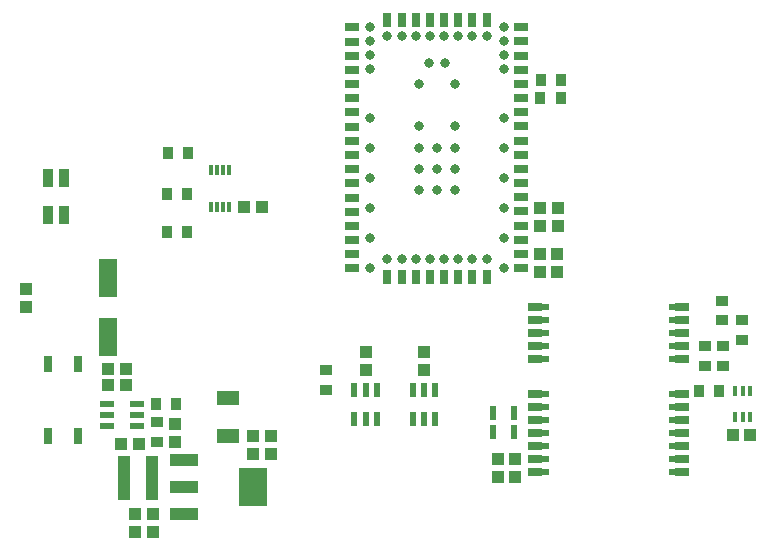
<source format=gtp>
G04*
G04 #@! TF.GenerationSoftware,Altium Limited,Altium Designer,25.2.1 (25)*
G04*
G04 Layer_Color=8421504*
%FSLAX44Y44*%
%MOMM*%
G71*
G04*
G04 #@! TF.SameCoordinates,87619A9C-F5BC-4542-8D18-A5A081A772CD*
G04*
G04*
G04 #@! TF.FilePolarity,Positive*
G04*
G01*
G75*
%ADD17R,1.2000X0.8000*%
%ADD18C,0.8000*%
%ADD19R,0.9000X1.0000*%
%ADD20R,1.1900X0.7500*%
%ADD21R,0.7500X1.1900*%
G04:AMPARAMS|DCode=22|XSize=0.95mm|YSize=0.95mm|CornerRadius=0mm|HoleSize=0mm|Usage=FLASHONLY|Rotation=180.000|XOffset=0mm|YOffset=0mm|HoleType=Round|Shape=RoundedRectangle|*
%AMROUNDEDRECTD22*
21,1,0.9500,0.9500,0,0,180.0*
21,1,0.9500,0.9500,0,0,180.0*
1,1,0.0000,-0.4750,0.4750*
1,1,0.0000,0.4750,0.4750*
1,1,0.0000,0.4750,-0.4750*
1,1,0.0000,-0.4750,-0.4750*
%
%ADD22ROUNDEDRECTD22*%
G04:AMPARAMS|DCode=23|XSize=0.95mm|YSize=0.95mm|CornerRadius=0mm|HoleSize=0mm|Usage=FLASHONLY|Rotation=90.000|XOffset=0mm|YOffset=0mm|HoleType=Round|Shape=RoundedRectangle|*
%AMROUNDEDRECTD23*
21,1,0.9500,0.9500,0,0,90.0*
21,1,0.9500,0.9500,0,0,90.0*
1,1,0.0000,0.4750,0.4750*
1,1,0.0000,0.4750,-0.4750*
1,1,0.0000,-0.4750,-0.4750*
1,1,0.0000,-0.4750,0.4750*
%
%ADD23ROUNDEDRECTD23*%
%ADD24R,1.0000X0.9000*%
%ADD25R,1.2000X0.6000*%
%ADD26R,0.3000X0.8500*%
%ADD27R,1.6000X0.6000*%
%ADD28R,0.9000X1.5000*%
%ADD29R,1.9000X1.2000*%
%ADD30R,2.4000X3.3000*%
%ADD31R,2.4000X1.0000*%
%ADD32R,0.4000X0.9500*%
%ADD33R,0.6000X1.2500*%
%ADD34R,0.6000X1.2000*%
%ADD35R,0.9800X3.7000*%
%ADD36R,1.6000X3.2000*%
%ADD37R,0.8000X1.4000*%
D17*
X655358Y92560D02*
D03*
Y103560D02*
D03*
Y114560D02*
D03*
Y125560D02*
D03*
Y136560D02*
D03*
Y147560D02*
D03*
Y158560D02*
D03*
Y188560D02*
D03*
Y199560D02*
D03*
Y210560D02*
D03*
Y221560D02*
D03*
Y232560D02*
D03*
X530608D02*
D03*
Y221560D02*
D03*
Y210560D02*
D03*
Y199560D02*
D03*
Y188560D02*
D03*
X530608Y158560D02*
D03*
X530608Y147560D02*
D03*
Y136560D02*
D03*
Y114560D02*
D03*
Y103560D02*
D03*
Y92560D02*
D03*
X530608Y125560D02*
D03*
D18*
X504570Y469658D02*
D03*
Y457658D02*
D03*
Y445658D02*
D03*
Y433658D02*
D03*
X390569Y469658D02*
D03*
Y457658D02*
D03*
Y445658D02*
D03*
Y433658D02*
D03*
Y392408D02*
D03*
Y367008D02*
D03*
Y341608D02*
D03*
Y316208D02*
D03*
Y290808D02*
D03*
Y265408D02*
D03*
X504570D02*
D03*
Y341608D02*
D03*
Y367008D02*
D03*
Y392408D02*
D03*
X405569Y461908D02*
D03*
X417569D02*
D03*
X429569D02*
D03*
X441569D02*
D03*
X453569D02*
D03*
X465569D02*
D03*
X477569D02*
D03*
X489569D02*
D03*
Y272908D02*
D03*
X477569D02*
D03*
X465569D02*
D03*
X453569D02*
D03*
X441569D02*
D03*
X429569D02*
D03*
X417569D02*
D03*
X405569D02*
D03*
X454570Y439408D02*
D03*
X447569Y367408D02*
D03*
Y349408D02*
D03*
Y331408D02*
D03*
X440570Y439408D02*
D03*
X432169Y421408D02*
D03*
Y331408D02*
D03*
Y349408D02*
D03*
Y367408D02*
D03*
Y385408D02*
D03*
X462969Y421408D02*
D03*
Y331408D02*
D03*
Y349408D02*
D03*
Y367408D02*
D03*
Y385408D02*
D03*
X504570Y316208D02*
D03*
Y290808D02*
D03*
D19*
X552239Y409838D02*
D03*
X535239D02*
D03*
X535309Y424627D02*
D03*
X552309D02*
D03*
X226862Y150733D02*
D03*
X209862D02*
D03*
X219136Y296046D02*
D03*
X236137D02*
D03*
X219137Y328531D02*
D03*
X236136D02*
D03*
X219948Y363220D02*
D03*
X236949D02*
D03*
X686546Y161318D02*
D03*
X669546D02*
D03*
D20*
X519040Y265451D02*
D03*
Y277451D02*
D03*
Y289451D02*
D03*
Y301451D02*
D03*
Y313451D02*
D03*
Y325451D02*
D03*
Y337451D02*
D03*
Y349451D02*
D03*
Y361451D02*
D03*
Y373451D02*
D03*
Y385451D02*
D03*
Y397451D02*
D03*
Y409451D02*
D03*
Y421451D02*
D03*
Y433451D02*
D03*
Y445451D02*
D03*
Y457451D02*
D03*
Y469451D02*
D03*
X375920Y469211D02*
D03*
Y457211D02*
D03*
Y445211D02*
D03*
Y433211D02*
D03*
Y421211D02*
D03*
Y409211D02*
D03*
Y397211D02*
D03*
Y385211D02*
D03*
Y373211D02*
D03*
Y361211D02*
D03*
Y349211D02*
D03*
Y337211D02*
D03*
Y325211D02*
D03*
Y313211D02*
D03*
Y301211D02*
D03*
Y289211D02*
D03*
Y277211D02*
D03*
Y265211D02*
D03*
D21*
X489569Y475909D02*
D03*
X477569D02*
D03*
X465569D02*
D03*
X453569D02*
D03*
X441569D02*
D03*
X429569D02*
D03*
X417569D02*
D03*
X405569D02*
D03*
X405590Y258221D02*
D03*
X417590D02*
D03*
X429590D02*
D03*
X441590D02*
D03*
X453590D02*
D03*
X465590D02*
D03*
X477590D02*
D03*
X489590D02*
D03*
D22*
X306644Y108097D02*
D03*
X291643D02*
D03*
X183878Y180340D02*
D03*
X168878D02*
D03*
X299443Y317344D02*
D03*
X284442D02*
D03*
X712819Y124005D02*
D03*
X697819D02*
D03*
X291763Y123337D02*
D03*
X306763D02*
D03*
X194909Y116876D02*
D03*
X179909D02*
D03*
X168878Y166370D02*
D03*
X183878D02*
D03*
D23*
X206758Y42130D02*
D03*
Y57131D02*
D03*
X225579Y133448D02*
D03*
Y118449D02*
D03*
X534518Y316110D02*
D03*
Y301110D02*
D03*
X100000Y247500D02*
D03*
X499162Y103728D02*
D03*
Y88728D02*
D03*
X514060Y88603D02*
D03*
Y103603D02*
D03*
X387198Y194190D02*
D03*
Y179190D02*
D03*
X436728Y194190D02*
D03*
Y179190D02*
D03*
X191518Y42130D02*
D03*
Y57131D02*
D03*
X549758Y316110D02*
D03*
Y301110D02*
D03*
X100000Y232500D02*
D03*
X549501Y277222D02*
D03*
Y262222D02*
D03*
X534646Y262263D02*
D03*
Y277263D02*
D03*
D24*
X210269Y135536D02*
D03*
Y118536D02*
D03*
X689924Y199322D02*
D03*
X674487Y182384D02*
D03*
Y199384D02*
D03*
X689000Y237728D02*
D03*
X353284Y178837D02*
D03*
Y161837D02*
D03*
X689000Y221728D02*
D03*
X689924Y182322D02*
D03*
X705800Y204877D02*
D03*
Y221877D02*
D03*
D25*
X193559Y150506D02*
D03*
Y131506D02*
D03*
Y141006D02*
D03*
X168559Y150506D02*
D03*
Y141006D02*
D03*
Y131506D02*
D03*
D26*
X266509Y348490D02*
D03*
X256509Y316990D02*
D03*
X266509D02*
D03*
X271508Y348490D02*
D03*
X261508D02*
D03*
X256509D02*
D03*
X261508Y316990D02*
D03*
X271508D02*
D03*
D27*
X651358Y199560D02*
D03*
Y188560D02*
D03*
Y210560D02*
D03*
Y221560D02*
D03*
Y232560D02*
D03*
X534518D02*
D03*
Y221560D02*
D03*
Y210560D02*
D03*
Y199560D02*
D03*
Y188560D02*
D03*
Y158560D02*
D03*
Y147560D02*
D03*
Y136560D02*
D03*
Y125560D02*
D03*
Y114560D02*
D03*
Y103560D02*
D03*
Y92560D02*
D03*
X651358Y136560D02*
D03*
Y125560D02*
D03*
Y114560D02*
D03*
Y103560D02*
D03*
Y92560D02*
D03*
Y147560D02*
D03*
Y158560D02*
D03*
D28*
X118000Y341500D02*
D03*
X132000D02*
D03*
X118000Y310500D02*
D03*
X132000D02*
D03*
D29*
X270358Y155700D02*
D03*
Y123700D02*
D03*
D30*
X291528Y80150D02*
D03*
D31*
X233528Y57150D02*
D03*
Y80150D02*
D03*
Y103150D02*
D03*
D32*
X699982Y139671D02*
D03*
X706482D02*
D03*
X712982D02*
D03*
Y161671D02*
D03*
X706482D02*
D03*
X699982D02*
D03*
D33*
X512694Y142887D02*
D03*
X494694D02*
D03*
X494799Y127028D02*
D03*
X512800D02*
D03*
D34*
X427228Y137360D02*
D03*
X436728D02*
D03*
X446228D02*
D03*
Y162360D02*
D03*
X436728D02*
D03*
X427228D02*
D03*
X377698D02*
D03*
X387198D02*
D03*
X396698D02*
D03*
Y137360D02*
D03*
X387198D02*
D03*
X377698D02*
D03*
D35*
X206459Y87666D02*
D03*
X182759D02*
D03*
D36*
X168758Y207410D02*
D03*
Y257410D02*
D03*
D37*
X143359Y123170D02*
D03*
X117959D02*
D03*
Y184170D02*
D03*
X143359D02*
D03*
M02*

</source>
